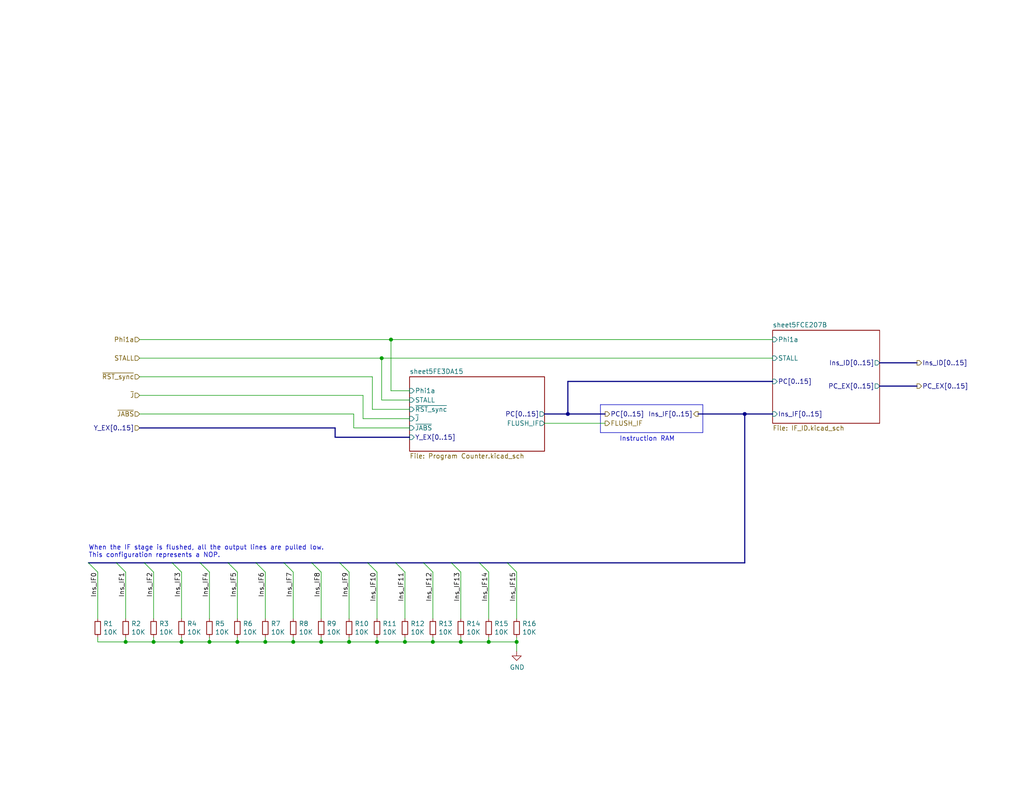
<source format=kicad_sch>
(kicad_sch (version 20250114) (generator "eeschema") (generator_version "9.0")
  (paper "USLetter")
  (title_block (title "IF") (date "2025-07-01") (rev "A"))
  (lib_symbols
    (symbol "Device:R_Small" (pin_numbers (hide yes)) (pin_names (offset 0.254) (hide yes))
      (property "Reference" "R" (at 0 0 90))
      (property "Value" "R_Small" (at 1.778 0 90))
      (symbol "R_Small_0_1"
        (rectangle (start -0.762 1.778) (end 0.762 -1.778) (stroke (width 0.2032)))
      )
      (symbol "R_Small_1_1"
        (pin passive line (at 0 2.54 270) (length 0.762) (name "~") (number "1"))
        (pin passive line (at 0 -2.54 90) (length 0.762) (name "~") (number "2"))
      )
    )
    (symbol "power:GND" (power) (pin_numbers (hide yes)) (pin_names (offset 0) (hide yes))
      (property "Value" "GND" (at 0 -3.81 0))
      (symbol "GND_0_1"
        (polyline (pts (xy 0 0) (xy 0 -1.27) (xy 1.27 -1.27) (xy 0 -2.54) (xy -1.27 -1.27) (xy 0 -1.27)))
      )
      (symbol "GND_1_1"
        (pin power_in line (at 0 0 270) (length 0) (name "~") (number "1"))
      )
    )
  )
  (text "Instruction RAM" (at 184.15 120.65 0) (effects (font (size 1.27 1.27)) (justify right bottom)))
  (text "When the IF stage is flushed, all the output lines are pulled low.\nThis configuration represents a NOP." (at 24.13 152.4 0) (effects (font (size 1.27 1.27)) (justify left bottom)))
  (junction (at 64.77 175.26))
  (junction (at 80.01 175.26))
  (junction (at 87.63 175.26))
  (junction (at 203.2 113.03))
  (junction (at 102.87 175.26))
  (junction (at 57.15 175.26))
  (junction (at 104.14 97.79))
  (junction (at 125.73 175.26))
  (junction (at 72.39 175.26))
  (junction (at 106.68 92.71))
  (junction (at 154.94 113.03))
  (junction (at 34.29 175.26))
  (junction (at 133.35 175.26))
  (junction (at 110.49 175.26))
  (junction (at 49.53 175.26))
  (junction (at 95.25 175.26))
  (junction (at 140.97 175.26))
  (junction (at 118.11 175.26))
  (junction (at 41.91 175.26))
  (bus_entry (at 57.15 156.21) (size -2.54 -2.54))
  (bus_entry (at 87.63 156.21) (size -2.54 -2.54))
  (bus_entry (at 140.97 156.21) (size -2.54 -2.54))
  (bus_entry (at 102.87 156.21) (size -2.54 -2.54))
  (bus_entry (at 95.25 156.21) (size -2.54 -2.54))
  (bus_entry (at 41.91 156.21) (size -2.54 -2.54))
  (bus_entry (at 80.01 156.21) (size -2.54 -2.54))
  (bus_entry (at 118.11 156.21) (size -2.54 -2.54))
  (bus_entry (at 64.77 156.21) (size -2.54 -2.54))
  (bus_entry (at 133.35 156.21) (size -2.54 -2.54))
  (bus_entry (at 125.73 156.21) (size -2.54 -2.54))
  (bus_entry (at 34.29 156.21) (size -2.54 -2.54))
  (bus_entry (at 26.67 156.21) (size -2.54 -2.54))
  (bus_entry (at 49.53 156.21) (size -2.54 -2.54))
  (bus_entry (at 110.49 156.21) (size -2.54 -2.54))
  (bus_entry (at 72.39 156.21) (size -2.54 -2.54))
  (bus (pts (xy 148.59 113.03) (xy 154.94 113.03)))
  (bus (pts (xy 107.95 153.67) (xy 115.57 153.67)))
  (wire (pts (xy 41.91 175.26) (xy 41.91 173.99)))
  (bus (pts (xy 115.57 153.67) (xy 123.19 153.67)))
  (wire (pts (xy 26.67 156.21) (xy 26.67 168.91)))
  (wire (pts (xy 106.68 92.71) (xy 210.82 92.71)))
  (wire (pts (xy 118.11 156.21) (xy 118.11 168.91)))
  (wire (pts (xy 140.97 175.26) (xy 133.35 175.26)))
  (wire (pts (xy 125.73 175.26) (xy 125.73 173.99)))
  (bus (pts (xy 92.71 153.67) (xy 100.33 153.67)))
  (polyline (pts (xy 191.77 110.49) (xy 163.83 110.49)))
  (bus (pts (xy 154.94 104.14) (xy 210.82 104.14)))
  (bus (pts (xy 62.23 153.67) (xy 69.85 153.67)))
  (bus (pts (xy 77.47 153.67) (xy 85.09 153.67)))
  (wire (pts (xy 38.1 107.95) (xy 99.06 107.95)))
  (wire (pts (xy 87.63 156.21) (xy 87.63 168.91)))
  (bus (pts (xy 85.09 153.67) (xy 92.71 153.67)))
  (wire (pts (xy 49.53 175.26) (xy 49.53 173.99)))
  (wire (pts (xy 133.35 175.26) (xy 133.35 173.99)))
  (polyline (pts (xy 163.83 118.11) (xy 191.77 118.11)))
  (wire (pts (xy 102.87 175.26) (xy 102.87 173.99)))
  (bus (pts (xy 250.19 105.41) (xy 240.03 105.41)))
  (bus (pts (xy 111.76 119.38) (xy 91.44 119.38)))
  (wire (pts (xy 101.6 111.76) (xy 101.6 102.87)))
  (wire (pts (xy 102.87 175.26) (xy 95.25 175.26)))
  (wire (pts (xy 148.59 115.57) (xy 165.1 115.57)))
  (wire (pts (xy 95.25 156.21) (xy 95.25 168.91)))
  (wire (pts (xy 26.67 175.26) (xy 26.67 173.99)))
  (wire (pts (xy 95.25 175.26) (xy 87.63 175.26)))
  (wire (pts (xy 110.49 156.21) (xy 110.49 168.91)))
  (wire (pts (xy 72.39 156.21) (xy 72.39 168.91)))
  (wire (pts (xy 38.1 97.79) (xy 104.14 97.79)))
  (wire (pts (xy 87.63 175.26) (xy 87.63 173.99)))
  (wire (pts (xy 210.82 97.79) (xy 104.14 97.79)))
  (wire (pts (xy 57.15 175.26) (xy 49.53 175.26)))
  (wire (pts (xy 38.1 102.87) (xy 101.6 102.87)))
  (wire (pts (xy 41.91 175.26) (xy 34.29 175.26)))
  (bus (pts (xy 123.19 153.67) (xy 130.81 153.67)))
  (bus (pts (xy 138.43 153.67) (xy 203.2 153.67)))
  (wire (pts (xy 133.35 175.26) (xy 125.73 175.26)))
  (wire (pts (xy 64.77 175.26) (xy 64.77 173.99)))
  (wire (pts (xy 118.11 175.26) (xy 118.11 173.99)))
  (wire (pts (xy 80.01 175.26) (xy 72.39 175.26)))
  (wire (pts (xy 64.77 175.26) (xy 57.15 175.26)))
  (wire (pts (xy 95.25 175.26) (xy 95.25 173.99)))
  (bus (pts (xy 203.2 113.03) (xy 210.82 113.03)))
  (wire (pts (xy 110.49 175.26) (xy 110.49 173.99)))
  (wire (pts (xy 111.76 114.3) (xy 99.06 114.3)))
  (polyline (pts (xy 163.83 110.49) (xy 163.83 118.11)))
  (wire (pts (xy 57.15 156.21) (xy 57.15 168.91)))
  (bus (pts (xy 190.5 113.03) (xy 203.2 113.03)))
  (wire (pts (xy 38.1 113.03) (xy 96.52 113.03)))
  (wire (pts (xy 34.29 175.26) (xy 34.29 173.99)))
  (wire (pts (xy 80.01 175.26) (xy 80.01 173.99)))
  (wire (pts (xy 111.76 109.22) (xy 104.14 109.22)))
  (wire (pts (xy 110.49 175.26) (xy 102.87 175.26)))
  (bus (pts (xy 91.44 116.84) (xy 38.1 116.84)))
  (bus (pts (xy 46.99 153.67) (xy 54.61 153.67)))
  (wire (pts (xy 34.29 156.21) (xy 34.29 168.91)))
  (wire (pts (xy 49.53 175.26) (xy 41.91 175.26)))
  (wire (pts (xy 111.76 116.84) (xy 96.52 116.84)))
  (wire (pts (xy 64.77 156.21) (xy 64.77 168.91)))
  (polyline (pts (xy 191.77 118.11) (xy 191.77 110.49)))
  (wire (pts (xy 96.52 116.84) (xy 96.52 113.03)))
  (wire (pts (xy 140.97 156.21) (xy 140.97 168.91)))
  (wire (pts (xy 140.97 175.26) (xy 140.97 173.99)))
  (wire (pts (xy 80.01 156.21) (xy 80.01 168.91)))
  (wire (pts (xy 111.76 111.76) (xy 101.6 111.76)))
  (wire (pts (xy 72.39 175.26) (xy 72.39 173.99)))
  (wire (pts (xy 111.76 106.68) (xy 106.68 106.68)))
  (wire (pts (xy 72.39 175.26) (xy 64.77 175.26)))
  (bus (pts (xy 54.61 153.67) (xy 62.23 153.67)))
  (wire (pts (xy 38.1 92.71) (xy 106.68 92.71)))
  (bus (pts (xy 203.2 153.67) (xy 203.2 113.03)))
  (wire (pts (xy 125.73 175.26) (xy 118.11 175.26)))
  (bus (pts (xy 240.03 99.06) (xy 250.19 99.06)))
  (wire (pts (xy 102.87 156.21) (xy 102.87 168.91)))
  (wire (pts (xy 87.63 175.26) (xy 80.01 175.26)))
  (bus (pts (xy 91.44 119.38) (xy 91.44 116.84)))
  (bus (pts (xy 69.85 153.67) (xy 77.47 153.67)))
  (wire (pts (xy 57.15 175.26) (xy 57.15 173.99)))
  (bus (pts (xy 130.81 153.67) (xy 138.43 153.67)))
  (wire (pts (xy 125.73 156.21) (xy 125.73 168.91)))
  (wire (pts (xy 99.06 114.3) (xy 99.06 107.95)))
  (wire (pts (xy 133.35 156.21) (xy 133.35 168.91)))
  (wire (pts (xy 41.91 156.21) (xy 41.91 168.91)))
  (bus (pts (xy 100.33 153.67) (xy 107.95 153.67)))
  (bus (pts (xy 24.13 153.67) (xy 31.75 153.67)))
  (bus (pts (xy 165.1 113.03) (xy 154.94 113.03)))
  (wire (pts (xy 140.97 177.8) (xy 140.97 175.26)))
  (bus (pts (xy 39.37 153.67) (xy 46.99 153.67)))
  (wire (pts (xy 34.29 175.26) (xy 26.67 175.26)))
  (bus (pts (xy 31.75 153.67) (xy 39.37 153.67)))
  (wire (pts (xy 49.53 156.21) (xy 49.53 168.91)))
  (wire (pts (xy 104.14 97.79) (xy 104.14 109.22)))
  (bus (pts (xy 154.94 113.03) (xy 154.94 104.14)))
  (wire (pts (xy 118.11 175.26) (xy 110.49 175.26)))
  (wire (pts (xy 106.68 92.71) (xy 106.68 106.68)))
  (label "Ins_IF11" (at 110.49 156.21 270))
  (label "Ins_IF13" (at 125.73 156.21 270))
  (label "Ins_IF6" (at 72.39 156.21 270))
  (label "Ins_IF12" (at 118.11 156.21 270))
  (label "Ins_IF14" (at 133.35 156.21 270))
  (label "Ins_IF1" (at 34.29 156.21 270))
  (label "Ins_IF10" (at 102.87 156.21 270))
  (label "Ins_IF5" (at 64.77 156.21 270))
  (label "Ins_IF0" (at 26.67 156.21 270))
  (label "Ins_IF8" (at 87.63 156.21 270))
  (label "Ins_IF9" (at 95.25 156.21 270))
  (label "Ins_IF7" (at 80.01 156.21 270))
  (label "Ins_IF3" (at 49.53 156.21 270))
  (label "Ins_IF15" (at 140.97 156.21 270))
  (label "Ins_IF2" (at 41.91 156.21 270))
  (label "Ins_IF4" (at 57.15 156.21 270))
  (hierarchical_label "Phi1a" (shape input) (at 38.1 92.71 180))
  (hierarchical_label "~{RST_sync}" (shape input) (at 38.1 102.87 180))
  (hierarchical_label "~{J}" (shape input) (at 38.1 107.95 180))
  (hierarchical_label "Ins_IF[0..15]" (shape output) (at 190.5 113.03 180))
  (hierarchical_label "PC[0..15]" (shape output) (at 165.1 113.03 0))
  (hierarchical_label "STALL" (shape input) (at 38.1 97.79 180))
  (hierarchical_label "PC_EX[0..15]" (shape output) (at 250.19 105.41 0))
  (hierarchical_label "Y_EX[0..15]" (shape input) (at 38.1 116.84 180))
  (hierarchical_label "~{JABS}" (shape input) (at 38.1 113.03 180))
  (hierarchical_label "Ins_ID[0..15]" (shape output) (at 250.19 99.06 0))
  (hierarchical_label "FLUSH_IF" (shape output) (at 165.1 115.57 0))
  (symbol (lib_id "Device:R_Small") (at 133.35 171.45 0) (unit 1)
    (property "Reference" "R15" (at 134.8486 170.2816 0) (effects (justify left)))
    (property "Value" "10K" (at 134.8486 172.593 0) (effects (justify left)))
    (property "Footprint" "Resistor_SMD:R_0603_1608Metric" (effects (hide yes)))
    (property "Datasheet" "https://www.mouser.com/datasheet/2/54/cr-1858361.pdf" (effects (hide yes)))
    (property "Manufacturer" "Bourns" (effects (hide yes)))
    (property "Manufacturer#" "CR0603-FX-1002ELF" (effects (hide yes)))
    (property "Mouser#" "652-CR0603FX-1002ELF" (effects (hide yes)))
    (property "Digikey#" "CR0603-FX-1002ELFCT-N" (effects (hide yes)))
  )
  (symbol (lib_id "Device:R_Small") (at 64.77 171.45 0) (unit 1)
    (property "Reference" "R6" (at 66.2686 170.2816 0) (effects (justify left)))
    (property "Value" "10K" (at 66.2686 172.593 0) (effects (justify left)))
    (property "Footprint" "Resistor_SMD:R_0603_1608Metric" (effects (hide yes)))
    (property "Datasheet" "https://www.mouser.com/datasheet/2/54/cr-1858361.pdf" (effects (hide yes)))
    (property "Manufacturer" "Bourns" (effects (hide yes)))
    (property "Manufacturer#" "CR0603-FX-1002ELF" (effects (hide yes)))
    (property "Mouser#" "652-CR0603FX-1002ELF" (effects (hide yes)))
    (property "Digikey#" "CR0603-FX-1002ELFCT-N" (effects (hide yes)))
  )
  (symbol (lib_id "Device:R_Small") (at 110.49 171.45 0) (unit 1)
    (property "Reference" "R12" (at 111.9886 170.2816 0) (effects (justify left)))
    (property "Value" "10K" (at 111.9886 172.593 0) (effects (justify left)))
    (property "Footprint" "Resistor_SMD:R_0603_1608Metric" (effects (hide yes)))
    (property "Datasheet" "https://www.mouser.com/datasheet/2/54/cr-1858361.pdf" (effects (hide yes)))
    (property "Manufacturer" "Bourns" (effects (hide yes)))
    (property "Manufacturer#" "CR0603-FX-1002ELF" (effects (hide yes)))
    (property "Mouser#" "652-CR0603FX-1002ELF" (effects (hide yes)))
    (property "Digikey#" "CR0603-FX-1002ELFCT-N" (effects (hide yes)))
  )
  (symbol (lib_id "Device:R_Small") (at 95.25 171.45 0) (unit 1)
    (property "Reference" "R10" (at 96.7486 170.2816 0) (effects (justify left)))
    (property "Value" "10K" (at 96.7486 172.593 0) (effects (justify left)))
    (property "Footprint" "Resistor_SMD:R_0603_1608Metric" (effects (hide yes)))
    (property "Datasheet" "https://www.mouser.com/datasheet/2/54/cr-1858361.pdf" (effects (hide yes)))
    (property "Manufacturer" "Bourns" (effects (hide yes)))
    (property "Manufacturer#" "CR0603-FX-1002ELF" (effects (hide yes)))
    (property "Mouser#" "652-CR0603FX-1002ELF" (effects (hide yes)))
    (property "Digikey#" "CR0603-FX-1002ELFCT-N" (effects (hide yes)))
  )
  (symbol (lib_id "Device:R_Small") (at 118.11 171.45 0) (unit 1)
    (property "Reference" "R13" (at 119.6086 170.2816 0) (effects (justify left)))
    (property "Value" "10K" (at 119.6086 172.593 0) (effects (justify left)))
    (property "Footprint" "Resistor_SMD:R_0603_1608Metric" (effects (hide yes)))
    (property "Datasheet" "https://www.mouser.com/datasheet/2/54/cr-1858361.pdf" (effects (hide yes)))
    (property "Manufacturer" "Bourns" (effects (hide yes)))
    (property "Manufacturer#" "CR0603-FX-1002ELF" (effects (hide yes)))
    (property "Mouser#" "652-CR0603FX-1002ELF" (effects (hide yes)))
    (property "Digikey#" "CR0603-FX-1002ELFCT-N" (effects (hide yes)))
  )
  (symbol (lib_id "Device:R_Small") (at 87.63 171.45 0) (unit 1)
    (property "Reference" "R9" (at 89.1286 170.2816 0) (effects (justify left)))
    (property "Value" "10K" (at 89.1286 172.593 0) (effects (justify left)))
    (property "Footprint" "Resistor_SMD:R_0603_1608Metric" (effects (hide yes)))
    (property "Datasheet" "https://www.mouser.com/datasheet/2/54/cr-1858361.pdf" (effects (hide yes)))
    (property "Manufacturer" "Bourns" (effects (hide yes)))
    (property "Manufacturer#" "CR0603-FX-1002ELF" (effects (hide yes)))
    (property "Mouser#" "652-CR0603FX-1002ELF" (effects (hide yes)))
    (property "Digikey#" "CR0603-FX-1002ELFCT-N" (effects (hide yes)))
  )
  (symbol (lib_id "Device:R_Small") (at 57.15 171.45 0) (unit 1)
    (property "Reference" "R5" (at 58.6486 170.2816 0) (effects (justify left)))
    (property "Value" "10K" (at 58.6486 172.593 0) (effects (justify left)))
    (property "Footprint" "Resistor_SMD:R_0603_1608Metric" (effects (hide yes)))
    (property "Datasheet" "https://www.mouser.com/datasheet/2/54/cr-1858361.pdf" (effects (hide yes)))
    (property "Manufacturer" "Bourns" (effects (hide yes)))
    (property "Manufacturer#" "CR0603-FX-1002ELF" (effects (hide yes)))
    (property "Mouser#" "652-CR0603FX-1002ELF" (effects (hide yes)))
    (property "Digikey#" "CR0603-FX-1002ELFCT-N" (effects (hide yes)))
  )
  (symbol (lib_id "Device:R_Small") (at 102.87 171.45 0) (unit 1)
    (property "Reference" "R11" (at 104.3686 170.2816 0) (effects (justify left)))
    (property "Value" "10K" (at 104.3686 172.593 0) (effects (justify left)))
    (property "Footprint" "Resistor_SMD:R_0603_1608Metric" (effects (hide yes)))
    (property "Datasheet" "https://www.mouser.com/datasheet/2/54/cr-1858361.pdf" (effects (hide yes)))
    (property "Manufacturer" "Bourns" (effects (hide yes)))
    (property "Manufacturer#" "CR0603-FX-1002ELF" (effects (hide yes)))
    (property "Mouser#" "652-CR0603FX-1002ELF" (effects (hide yes)))
    (property "Digikey#" "CR0603-FX-1002ELFCT-N" (effects (hide yes)))
  )
  (symbol (lib_id "Device:R_Small") (at 41.91 171.45 0) (unit 1)
    (property "Reference" "R3" (at 43.4086 170.2816 0) (effects (justify left)))
    (property "Value" "10K" (at 43.4086 172.593 0) (effects (justify left)))
    (property "Footprint" "Resistor_SMD:R_0603_1608Metric" (effects (hide yes)))
    (property "Datasheet" "https://www.mouser.com/datasheet/2/54/cr-1858361.pdf" (effects (hide yes)))
    (property "Manufacturer" "Bourns" (effects (hide yes)))
    (property "Manufacturer#" "CR0603-FX-1002ELF" (effects (hide yes)))
    (property "Mouser#" "652-CR0603FX-1002ELF" (effects (hide yes)))
    (property "Digikey#" "CR0603-FX-1002ELFCT-N" (effects (hide yes)))
  )
  (symbol (lib_id "Device:R_Small") (at 72.39 171.45 0) (unit 1)
    (property "Reference" "R7" (at 73.8886 170.2816 0) (effects (justify left)))
    (property "Value" "10K" (at 73.8886 172.593 0) (effects (justify left)))
    (property "Footprint" "Resistor_SMD:R_0603_1608Metric" (effects (hide yes)))
    (property "Datasheet" "https://www.mouser.com/datasheet/2/54/cr-1858361.pdf" (effects (hide yes)))
    (property "Manufacturer" "Bourns" (effects (hide yes)))
    (property "Manufacturer#" "CR0603-FX-1002ELF" (effects (hide yes)))
    (property "Mouser#" "652-CR0603FX-1002ELF" (effects (hide yes)))
    (property "Digikey#" "CR0603-FX-1002ELFCT-N" (effects (hide yes)))
  )
  (symbol (lib_id "Device:R_Small") (at 49.53 171.45 0) (unit 1)
    (property "Reference" "R4" (at 51.0286 170.2816 0) (effects (justify left)))
    (property "Value" "10K" (at 51.0286 172.593 0) (effects (justify left)))
    (property "Footprint" "Resistor_SMD:R_0603_1608Metric" (effects (hide yes)))
    (property "Datasheet" "https://www.mouser.com/datasheet/2/54/cr-1858361.pdf" (effects (hide yes)))
    (property "Manufacturer" "Bourns" (effects (hide yes)))
    (property "Manufacturer#" "CR0603-FX-1002ELF" (effects (hide yes)))
    (property "Mouser#" "652-CR0603FX-1002ELF" (effects (hide yes)))
    (property "Digikey#" "CR0603-FX-1002ELFCT-N" (effects (hide yes)))
  )
  (symbol (lib_id "Device:R_Small") (at 34.29 171.45 0) (unit 1)
    (property "Reference" "R2" (at 35.7886 170.2816 0) (effects (justify left)))
    (property "Value" "10K" (at 35.7886 172.593 0) (effects (justify left)))
    (property "Footprint" "Resistor_SMD:R_0603_1608Metric" (effects (hide yes)))
    (property "Datasheet" "https://www.mouser.com/datasheet/2/54/cr-1858361.pdf" (effects (hide yes)))
    (property "Manufacturer" "Bourns" (effects (hide yes)))
    (property "Manufacturer#" "CR0603-FX-1002ELF" (effects (hide yes)))
    (property "Mouser#" "652-CR0603FX-1002ELF" (effects (hide yes)))
    (property "Digikey#" "CR0603-FX-1002ELFCT-N" (effects (hide yes)))
  )
  (symbol (lib_id "power:GND") (at 140.97 177.8 0) (unit 1)
    (property "Reference" "#PWR023" (effects (hide yes)))
    (property "Value" "GND" (at 141.097 182.1942 0))
    (property "Description" "Power symbol creates a global label with name \"GND\" , ground" (effects (hide yes)))
  )
  (symbol (lib_id "Device:R_Small") (at 80.01 171.45 0) (unit 1)
    (property "Reference" "R8" (at 81.5086 170.2816 0) (effects (justify left)))
    (property "Value" "10K" (at 81.5086 172.593 0) (effects (justify left)))
    (property "Footprint" "Resistor_SMD:R_0603_1608Metric" (effects (hide yes)))
    (property "Datasheet" "https://www.mouser.com/datasheet/2/54/cr-1858361.pdf" (effects (hide yes)))
    (property "Manufacturer" "Bourns" (effects (hide yes)))
    (property "Manufacturer#" "CR0603-FX-1002ELF" (effects (hide yes)))
    (property "Mouser#" "652-CR0603FX-1002ELF" (effects (hide yes)))
    (property "Digikey#" "CR0603-FX-1002ELFCT-N" (effects (hide yes)))
  )
  (symbol (lib_id "Device:R_Small") (at 125.73 171.45 0) (unit 1)
    (property "Reference" "R14" (at 127.2286 170.2816 0) (effects (justify left)))
    (property "Value" "10K" (at 127.2286 172.593 0) (effects (justify left)))
    (property "Footprint" "Resistor_SMD:R_0603_1608Metric" (effects (hide yes)))
    (property "Datasheet" "https://www.mouser.com/datasheet/2/54/cr-1858361.pdf" (effects (hide yes)))
    (property "Manufacturer" "Bourns" (effects (hide yes)))
    (property "Manufacturer#" "CR0603-FX-1002ELF" (effects (hide yes)))
    (property "Mouser#" "652-CR0603FX-1002ELF" (effects (hide yes)))
    (property "Digikey#" "CR0603-FX-1002ELFCT-N" (effects (hide yes)))
  )
  (symbol (lib_id "Device:R_Small") (at 26.67 171.45 0) (unit 1)
    (property "Reference" "R1" (at 28.1686 170.2816 0) (effects (justify left)))
    (property "Value" "10K" (at 28.1686 172.593 0) (effects (justify left)))
    (property "Footprint" "Resistor_SMD:R_0603_1608Metric" (effects (hide yes)))
    (property "Datasheet" "https://www.mouser.com/datasheet/2/54/cr-1858361.pdf" (effects (hide yes)))
    (property "Manufacturer" "Bourns" (effects (hide yes)))
    (property "Manufacturer#" "CR0603-FX-1002ELF" (effects (hide yes)))
    (property "Mouser#" "652-CR0603FX-1002ELF" (effects (hide yes)))
    (property "Digikey#" "CR0603-FX-1002ELFCT-N" (effects (hide yes)))
  )
  (symbol (lib_id "Device:R_Small") (at 140.97 171.45 0) (unit 1)
    (property "Reference" "R16" (at 142.4686 170.2816 0) (effects (justify left)))
    (property "Value" "10K" (at 142.4686 172.593 0) (effects (justify left)))
    (property "Footprint" "Resistor_SMD:R_0603_1608Metric" (effects (hide yes)))
    (property "Datasheet" "https://www.mouser.com/datasheet/2/54/cr-1858361.pdf" (effects (hide yes)))
    (property "Manufacturer" "Bourns" (effects (hide yes)))
    (property "Manufacturer#" "CR0603-FX-1002ELF" (effects (hide yes)))
    (property "Mouser#" "652-CR0603FX-1002ELF" (effects (hide yes)))
    (property "Digikey#" "CR0603-FX-1002ELFCT-N" (effects (hide yes)))
  )
  (sheet (at 210.82 90.17) (size 29.21 25.4)
    (property "Sheetname" "sheet5FCE207B" (at 210.82 89.4584 0) (effects (justify left bottom)))
    (property "Sheetfile" "IF_ID.kicad_sch" (at 210.82 116.1546 0) (effects (justify left top)))
    (pin "PC[0..15]" input (at 210.82 104.14 180))
    (pin "PC_EX[0..15]" output (at 240.03 105.41 0))
    (pin "Ins_IF[0..15]" input (at 210.82 113.03 180))
    (pin "Ins_ID[0..15]" output (at 240.03 99.06 0))
    (pin "STALL" input (at 210.82 97.79 180))
    (pin "Phi1a" input (at 210.82 92.71 180))
  )
  (sheet (at 111.76 102.87) (size 36.83 20.32)
    (property "Sheetname" "sheet5FE3DA15" (at 111.76 102.1584 0) (effects (justify left bottom)))
    (property "Sheetfile" "Program Counter.kicad_sch" (at 111.76 123.7746 0) (effects (justify left top)))
    (pin "~{RST_sync}" input (at 111.76 111.76 180))
    (pin "~{J}" input (at 111.76 114.3 180))
    (pin "PC[0..15]" output (at 148.59 113.03 0))
    (pin "Y_EX[0..15]" input (at 111.76 119.38 180))
    (pin "~{JABS}" input (at 111.76 116.84 180))
    (pin "STALL" input (at 111.76 109.22 180))
    (pin "FLUSH_IF" output (at 148.59 115.57 0))
    (pin "Phi1a" input (at 111.76 106.68 180))
  )
)
</source>
